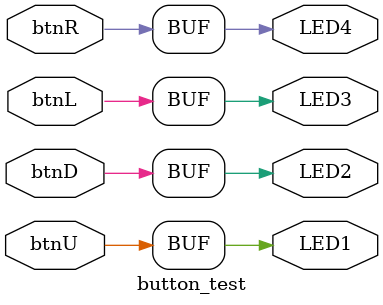
<source format=v>
`timescale 1ns / 1ps


module button_test (
  input btnU, btnD, btnL, btnR,
  output LED1, LED2, LED3, LED4
);

assign LED1 = btnU;
assign LED2 = btnD;
assign LED3 = btnL;
assign LED4 = btnR;

endmodule

</source>
